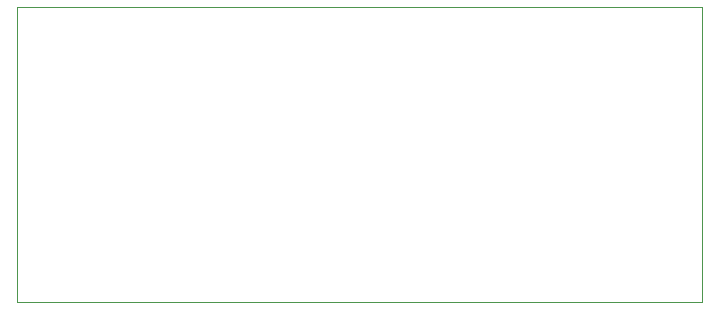
<source format=gbr>
%TF.GenerationSoftware,KiCad,Pcbnew,9.0.0*%
%TF.CreationDate,2025-03-17T15:12:16+01:00*%
%TF.ProjectId,week08,7765656b-3038-42e6-9b69-6361645f7063,rev?*%
%TF.SameCoordinates,Original*%
%TF.FileFunction,Profile,NP*%
%FSLAX46Y46*%
G04 Gerber Fmt 4.6, Leading zero omitted, Abs format (unit mm)*
G04 Created by KiCad (PCBNEW 9.0.0) date 2025-03-17 15:12:16*
%MOMM*%
%LPD*%
G01*
G04 APERTURE LIST*
%TA.AperFunction,Profile*%
%ADD10C,0.050000*%
%TD*%
G04 APERTURE END LIST*
D10*
X122000000Y-81000000D02*
X180000000Y-81000000D01*
X180000000Y-106000000D01*
X122000000Y-106000000D01*
X122000000Y-81000000D01*
M02*

</source>
